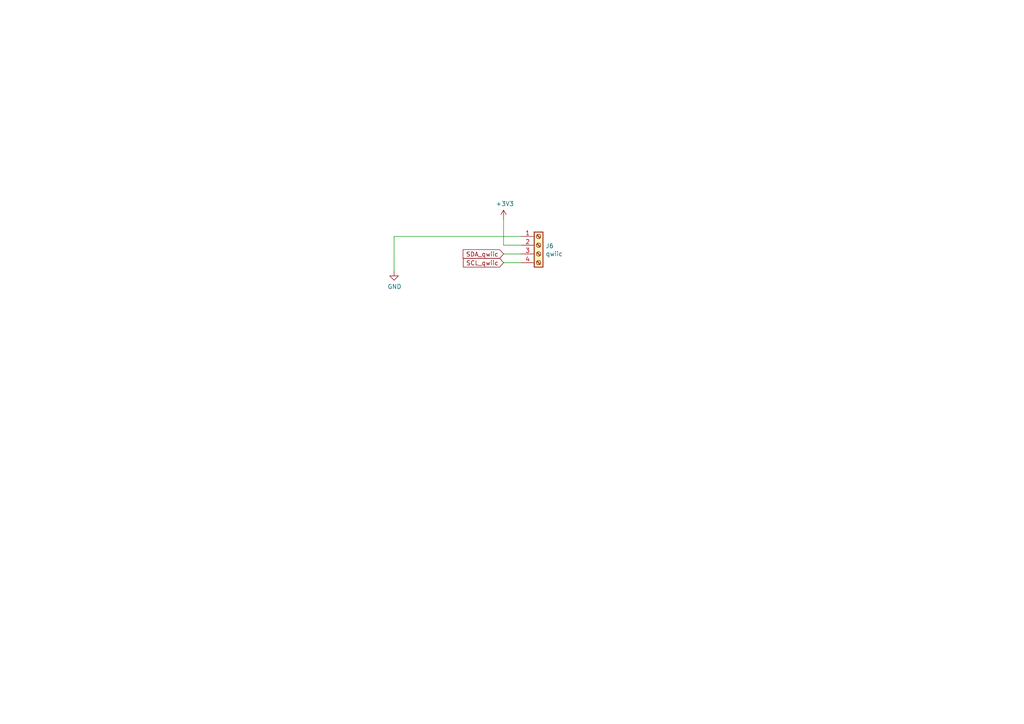
<source format=kicad_sch>
(kicad_sch (version 20230121) (generator eeschema)
  (paper "A4")
  (lib_symbols
    (symbol "CameraTriggerSensorNodeOnly-rescue:+3.3V-power" (power) (pin_names (offset 0))
      (property "Value" "+3.3V-power" (at 0 3.556 0))
      (symbol "+3.3V-power_0_1"
        (polyline (pts (xy -0.762 1.27) (xy 0 2.54)))
        (polyline (pts (xy 0 0) (xy 0 2.54)))
        (polyline (pts (xy 0 2.54) (xy 0.762 1.27)))
      )
      (symbol "+3.3V-power_1_1"
        (pin power_in line (at 0 0 90) (length 0) hide (name "+3V3") (number "1"))
      )
    )
    (symbol "Connector:Screw_Terminal_01x04" (pin_names (offset 1.016) hide)
      (property "Reference" "J" (at 0 5.08 0))
      (property "Value" "Screw_Terminal_01x04" (at 0 -7.62 0))
      (symbol "Screw_Terminal_01x04_1_1"
        (rectangle (start -1.27 3.81) (end 1.27 -6.35) (stroke (width 0.254)) (fill (type background)))
        (circle (center 0 -5.08) (radius 0.635) (stroke (width 0.1524)))
        (circle (center 0 -2.54) (radius 0.635) (stroke (width 0.1524)))
        (polyline (pts (xy -0.5334 -4.7498) (xy 0.3302 -5.588)) (stroke (width 0.1524)))
        (polyline (pts (xy -0.5334 -2.2098) (xy 0.3302 -3.048)) (stroke (width 0.1524)))
        (polyline (pts (xy -0.5334 0.3302) (xy 0.3302 -0.508)) (stroke (width 0.1524)))
        (polyline (pts (xy -0.5334 2.8702) (xy 0.3302 2.032)) (stroke (width 0.1524)))
        (polyline (pts (xy -0.3556 -4.572) (xy 0.508 -5.4102)) (stroke (width 0.1524)))
        (polyline (pts (xy -0.3556 -2.032) (xy 0.508 -2.8702)) (stroke (width 0.1524)))
        (polyline (pts (xy -0.3556 0.508) (xy 0.508 -0.3302)) (stroke (width 0.1524)))
        (polyline (pts (xy -0.3556 3.048) (xy 0.508 2.2098)) (stroke (width 0.1524)))
        (circle (center 0 0) (radius 0.635) (stroke (width 0.1524)))
        (circle (center 0 2.54) (radius 0.635) (stroke (width 0.1524)))
        (pin passive line (at -5.08 2.54 0) (length 3.81) (name "Pin_1") (number "1"))
        (pin passive line (at -5.08 0 0) (length 3.81) (name "Pin_2") (number "2"))
        (pin passive line (at -5.08 -2.54 0) (length 3.81) (name "Pin_3") (number "3"))
        (pin passive line (at -5.08 -5.08 0) (length 3.81) (name "Pin_4") (number "4"))
      )
    )
    (symbol "power:GND" (power) (pin_names (offset 0))
      (property "Value" "GND" (at 0 -3.81 0))
      (symbol "GND_0_1"
        (polyline (pts (xy 0 0) (xy 0 -1.27) (xy 1.27 -1.27) (xy 0 -2.54) (xy -1.27 -1.27) (xy 0 -1.27)))
      )
      (symbol "GND_1_1"
        (pin power_in line (at 0 0 270) (length 0) hide (name "GND") (number "1"))
      )
    )
  )
  (wire (pts (xy 151.13 68.58) (xy 114.3 68.58)))
  (wire (pts (xy 146.05 63.5) (xy 146.05 71.12)))
  (wire (pts (xy 114.3 68.58) (xy 114.3 78.74)))
  (wire (pts (xy 146.05 71.12) (xy 151.13 71.12)))
  (wire (pts (xy 146.05 76.2) (xy 151.13 76.2)))
  (wire (pts (xy 146.05 73.66) (xy 151.13 73.66)))
  (global_label "SCL_qwiic" (shape input) (at 146.05 76.2 180) (property "Intersheetrefs" "${INTERSHEET_REFS}" (effects hide)))
  (global_label "SDA_qwiic" (shape input) (at 146.05 73.66 180) (property "Intersheetrefs" "${INTERSHEET_REFS}" (effects hide)))
  (symbol (lib_id "power:GND") (at 114.3 78.74 0) (unit 1)
    (property "Reference" "#PWR027" (effects hide))
    (property "Value" "GND" (at 114.427 83.1342 0))
  )
  (symbol (lib_id "Connector:Screw_Terminal_01x04") (at 156.21 71.12 0) (unit 1)
    (property "Reference" "J6" (at 158.242 71.3232 0) (effects (justify left)))
    (property "Value" "qwiic" (at 158.242 73.6346 0) (effects (justify left)))
    (property "Footprint" "Connector_JST:JST_SH_SM04B-SRSS-TB_1x04-1MP_P1.00mm_Horizontal" (effects hide))
    (property "LCSC" "C160404" (effects hide))
  )
  (symbol (lib_id "CameraTriggerSensorNodeOnly-rescue:+3.3V-power") (at 146.05 63.5 0) (unit 1)
    (property "Reference" "#PWR028" (effects hide))
    (property "Value" "+3.3V" (at 146.431 59.1058 0))
  )
)
</source>
